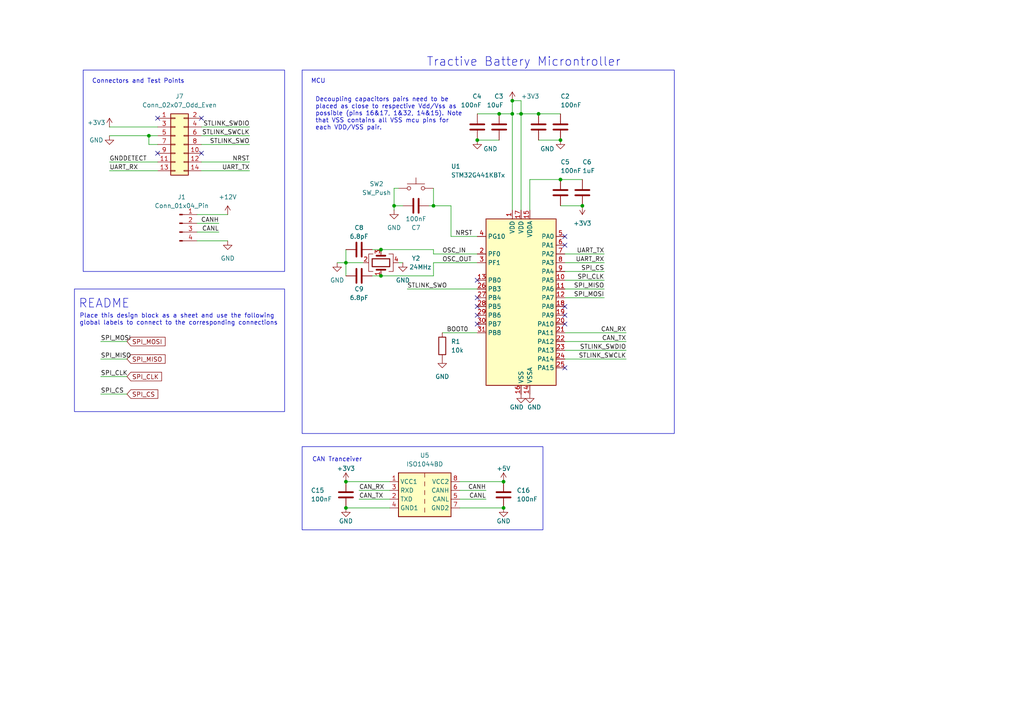
<source format=kicad_sch>
(kicad_sch (version 20250114) (generator "eeschema") (generator_version "9.0")
  (paper "A4")
  (lib_symbols
    (symbol "Connector:Conn_01x04_Pin" (pin_names (offset 1.016) (hide yes))
      (property "Reference" "J" (at 0 5.08 0))
      (property "Value" "Conn_01x04_Pin" (at 0 -7.62 0))
      (symbol "Conn_01x04_Pin_1_1"
        (rectangle (start 0.8636 2.667) (end 0 2.413) (stroke (width 0.1524)) (fill (type outline)))
        (rectangle (start 0.8636 0.127) (end 0 -0.127) (stroke (width 0.1524)) (fill (type outline)))
        (rectangle (start 0.8636 -2.413) (end 0 -2.667) (stroke (width 0.1524)) (fill (type outline)))
        (rectangle (start 0.8636 -4.953) (end 0 -5.207) (stroke (width 0.1524)) (fill (type outline)))
        (polyline (pts (xy 1.27 2.54) (xy 0.8636 2.54)) (stroke (width 0.1524)))
        (polyline (pts (xy 1.27 0) (xy 0.8636 0)) (stroke (width 0.1524)))
        (polyline (pts (xy 1.27 -2.54) (xy 0.8636 -2.54)) (stroke (width 0.1524)))
        (polyline (pts (xy 1.27 -5.08) (xy 0.8636 -5.08)) (stroke (width 0.1524)))
        (pin passive line (at 5.08 2.54 180) (length 3.81) (name "Pin_1") (number "1"))
        (pin passive line (at 5.08 0 180) (length 3.81) (name "Pin_2") (number "2"))
        (pin passive line (at 5.08 -2.54 180) (length 3.81) (name "Pin_3") (number "3"))
        (pin passive line (at 5.08 -5.08 180) (length 3.81) (name "Pin_4") (number "4"))
      )
    )
    (symbol "Connector_Generic:Conn_02x07_Odd_Even" (pin_names (offset 1.016) (hide yes))
      (property "Reference" "J" (at 1.27 10.16 0))
      (property "Value" "Conn_02x07_Odd_Even" (at 1.27 -10.16 0))
      (symbol "Conn_02x07_Odd_Even_1_1"
        (rectangle (start -1.27 8.89) (end 3.81 -8.89) (stroke (width 0.254)) (fill (type background)))
        (rectangle (start -1.27 7.747) (end 0 7.493) (stroke (width 0.1524)))
        (rectangle (start -1.27 5.207) (end 0 4.953) (stroke (width 0.1524)))
        (rectangle (start -1.27 2.667) (end 0 2.413) (stroke (width 0.1524)))
        (rectangle (start -1.27 0.127) (end 0 -0.127) (stroke (width 0.1524)))
        (rectangle (start -1.27 -2.413) (end 0 -2.667) (stroke (width 0.1524)))
        (rectangle (start -1.27 -4.953) (end 0 -5.207) (stroke (width 0.1524)))
        (rectangle (start -1.27 -7.493) (end 0 -7.747) (stroke (width 0.1524)))
        (rectangle (start 3.81 7.747) (end 2.54 7.493) (stroke (width 0.1524)))
        (rectangle (start 3.81 5.207) (end 2.54 4.953) (stroke (width 0.1524)))
        (rectangle (start 3.81 2.667) (end 2.54 2.413) (stroke (width 0.1524)))
        (rectangle (start 3.81 0.127) (end 2.54 -0.127) (stroke (width 0.1524)))
        (rectangle (start 3.81 -2.413) (end 2.54 -2.667) (stroke (width 0.1524)))
        (rectangle (start 3.81 -4.953) (end 2.54 -5.207) (stroke (width 0.1524)))
        (rectangle (start 3.81 -7.493) (end 2.54 -7.747) (stroke (width 0.1524)))
        (pin passive line (at -5.08 7.62 0) (length 3.81) (name "Pin_1") (number "1"))
        (pin passive line (at -5.08 5.08 0) (length 3.81) (name "Pin_3") (number "3"))
        (pin passive line (at -5.08 2.54 0) (length 3.81) (name "Pin_5") (number "5"))
        (pin passive line (at -5.08 0 0) (length 3.81) (name "Pin_7") (number "7"))
        (pin passive line (at -5.08 -2.54 0) (length 3.81) (name "Pin_9") (number "9"))
        (pin passive line (at -5.08 -5.08 0) (length 3.81) (name "Pin_11") (number "11"))
        (pin passive line (at -5.08 -7.62 0) (length 3.81) (name "Pin_13") (number "13"))
        (pin passive line (at 7.62 7.62 180) (length 3.81) (name "Pin_2") (number "2"))
        (pin passive line (at 7.62 5.08 180) (length 3.81) (name "Pin_4") (number "4"))
        (pin passive line (at 7.62 2.54 180) (length 3.81) (name "Pin_6") (number "6"))
        (pin passive line (at 7.62 0 180) (length 3.81) (name "Pin_8") (number "8"))
        (pin passive line (at 7.62 -2.54 180) (length 3.81) (name "Pin_10") (number "10"))
        (pin passive line (at 7.62 -5.08 180) (length 3.81) (name "Pin_12") (number "12"))
        (pin passive line (at 7.62 -7.62 180) (length 3.81) (name "Pin_14") (number "14"))
      )
    )
    (symbol "Device:C" (pin_numbers (hide yes)) (pin_names (offset 0.254))
      (property "Reference" "C" (at 0.635 2.54 0))
      (property "Value" "C" (at 0.635 -2.54 0))
      (symbol "C_0_1"
        (polyline (pts (xy -2.032 0.762) (xy 2.032 0.762)) (stroke (width 0.508)))
        (polyline (pts (xy -2.032 -0.762) (xy 2.032 -0.762)) (stroke (width 0.508)))
      )
      (symbol "C_1_1"
        (pin passive line (at 0 3.81 270) (length 2.794) (name "~") (number "1"))
        (pin passive line (at 0 -3.81 90) (length 2.794) (name "~") (number "2"))
      )
    )
    (symbol "Device:Crystal_GND24" (pin_names (offset 1.016) (hide yes))
      (property "Reference" "Y" (at 3.175 5.08 0))
      (property "Value" "Crystal_GND24" (at 3.175 3.175 0))
      (symbol "Crystal_GND24_0_1"
        (polyline (pts (xy -2.54 2.286) (xy -2.54 3.556) (xy 2.54 3.556) (xy 2.54 2.286)))
        (polyline (pts (xy -2.54 0) (xy -2.032 0)))
        (polyline (pts (xy -2.54 -2.286) (xy -2.54 -3.556) (xy 2.54 -3.556) (xy 2.54 -2.286)))
        (polyline (pts (xy -2.032 -1.27) (xy -2.032 1.27)) (stroke (width 0.508)))
        (rectangle (start -1.143 2.54) (end 1.143 -2.54) (stroke (width 0.3048)))
        (polyline (pts (xy 0 3.556) (xy 0 3.81)))
        (polyline (pts (xy 0 -3.81) (xy 0 -3.556)))
        (polyline (pts (xy 2.032 0) (xy 2.54 0)))
        (polyline (pts (xy 2.032 -1.27) (xy 2.032 1.27)) (stroke (width 0.508)))
      )
      (symbol "Crystal_GND24_1_1"
        (pin passive line (at -3.81 0 0) (length 1.27) (name "1") (number "1"))
        (pin passive line (at 0 5.08 270) (length 1.27) (name "2") (number "2"))
        (pin passive line (at 0 -5.08 90) (length 1.27) (name "4") (number "4"))
        (pin passive line (at 3.81 0 180) (length 1.27) (name "3") (number "3"))
      )
    )
    (symbol "Device:R" (pin_numbers (hide yes)) (pin_names (offset 0))
      (property "Reference" "R" (at 2.032 0 90))
      (property "Value" "R" (at 0 0 90))
      (symbol "R_0_1"
        (rectangle (start -1.016 -2.54) (end 1.016 2.54) (stroke (width 0.254)))
      )
      (symbol "R_1_1"
        (pin passive line (at 0 3.81 270) (length 1.27) (name "~") (number "1"))
        (pin passive line (at 0 -3.81 90) (length 1.27) (name "~") (number "2"))
      )
    )
    (symbol "Interface_CAN_LIN:ISO1044BD"
      (property "Reference" "U" (at -6.35 6.35 0))
      (property "Value" "ISO1044BD" (at 2.54 6.35 0))
      (symbol "ISO1044BD_0_1"
        (rectangle (start -7.62 5.08) (end 7.62 -7.62) (stroke (width 0.254)) (fill (type background)))
        (polyline (pts (xy 0 5.08) (xy 0 3.81)))
        (polyline (pts (xy 0 2.54) (xy 0 1.27)))
        (polyline (pts (xy 0 0) (xy 0 -1.27)))
        (polyline (pts (xy 0 -2.54) (xy 0 -3.81)))
        (polyline (pts (xy 0 -5.08) (xy 0 -6.35)))
      )
      (symbol "ISO1044BD_1_1"
        (pin power_in line (at -10.16 2.54 0) (length 2.54) (name "VCC1") (number "1"))
        (pin output line (at -10.16 0 0) (length 2.54) (name "RXD") (number "3"))
        (pin input line (at -10.16 -2.54 0) (length 2.54) (name "TXD") (number "2"))
        (pin power_in line (at -10.16 -5.08 0) (length 2.54) (name "GND1") (number "4"))
        (pin power_in line (at 10.16 2.54 180) (length 2.54) (name "VCC2") (number "8"))
        (pin bidirectional line (at 10.16 0 180) (length 2.54) (name "CANH") (number "6"))
        (pin bidirectional line (at 10.16 -2.54 180) (length 2.54) (name "CANL") (number "5"))
        (pin power_in line (at 10.16 -5.08 180) (length 2.54) (name "GND2") (number "7"))
      )
    )
    (symbol "MCU_ST_STM32G4:STM32G441KBTx"
      (property "Reference" "U" (at -10.16 26.67 0))
      (property "Value" "STM32G441KBTx" (at 5.08 26.67 0))
      (symbol "STM32G441KBTx_0_1"
        (rectangle (start -10.16 -22.86) (end 10.16 25.4) (stroke (width 0.254)) (fill (type background)))
      )
      (symbol "STM32G441KBTx_1_1"
        (pin bidirectional line (at -12.7 20.32 0) (length 2.54) (name "PG10") (number "4"))
        (pin bidirectional line (at -12.7 15.24 0) (length 2.54) (name "PF0") (number "2"))
        (pin bidirectional line (at -12.7 12.7 0) (length 2.54) (name "PF1") (number "3"))
        (pin bidirectional line (at -12.7 7.62 0) (length 2.54) (name "PB0") (number "13"))
        (pin bidirectional line (at -12.7 5.08 0) (length 2.54) (name "PB3") (number "26"))
        (pin bidirectional line (at -12.7 2.54 0) (length 2.54) (name "PB4") (number "27"))
        (pin bidirectional line (at -12.7 0 0) (length 2.54) (name "PB5") (number "28"))
        (pin bidirectional line (at -12.7 -2.54 0) (length 2.54) (name "PB6") (number "29"))
        (pin bidirectional line (at -12.7 -5.08 0) (length 2.54) (name "PB7") (number "30"))
        (pin bidirectional line (at -12.7 -7.62 0) (length 2.54) (name "PB8") (number "31"))
        (pin power_in line (at -2.54 27.94 270) (length 2.54) (name "VDD") (number "1"))
        (pin power_in line (at 0 27.94 270) (length 2.54) (name "VDD") (number "17"))
        (pin power_in line (at 0 -25.4 90) (length 2.54) (name "VSS") (number "16"))
        (pin passive line (at 0 -25.4 90) (length 2.54) (hide yes) (name "VSS") (number "32"))
        (pin power_in line (at 2.54 27.94 270) (length 2.54) (name "VDDA") (number "15"))
        (pin power_in line (at 2.54 -25.4 90) (length 2.54) (name "VSSA") (number "14"))
        (pin bidirectional line (at 12.7 20.32 180) (length 2.54) (name "PA0") (number "5"))
        (pin bidirectional line (at 12.7 17.78 180) (length 2.54) (name "PA1") (number "6"))
        (pin bidirectional line (at 12.7 15.24 180) (length 2.54) (name "PA2") (number "7"))
        (pin bidirectional line (at 12.7 12.7 180) (length 2.54) (name "PA3") (number "8"))
        (pin bidirectional line (at 12.7 10.16 180) (length 2.54) (name "PA4") (number "9"))
        (pin bidirectional line (at 12.7 7.62 180) (length 2.54) (name "PA5") (number "10"))
        (pin bidirectional line (at 12.7 5.08 180) (length 2.54) (name "PA6") (number "11"))
        (pin bidirectional line (at 12.7 2.54 180) (length 2.54) (name "PA7") (number "12"))
        (pin bidirectional line (at 12.7 0 180) (length 2.54) (name "PA8") (number "18"))
        (pin bidirectional line (at 12.7 -2.54 180) (length 2.54) (name "PA9") (number "19"))
        (pin bidirectional line (at 12.7 -5.08 180) (length 2.54) (name "PA10") (number "20"))
        (pin bidirectional line (at 12.7 -7.62 180) (length 2.54) (name "PA11") (number "21"))
        (pin bidirectional line (at 12.7 -10.16 180) (length 2.54) (name "PA12") (number "22"))
        (pin bidirectional line (at 12.7 -12.7 180) (length 2.54) (name "PA13") (number "23"))
        (pin bidirectional line (at 12.7 -15.24 180) (length 2.54) (name "PA14") (number "24"))
        (pin bidirectional line (at 12.7 -17.78 180) (length 2.54) (name "PA15") (number "25"))
      )
    )
    (symbol "Switch:SW_Push" (pin_numbers (hide yes)) (pin_names (offset 1.016) (hide yes))
      (property "Reference" "SW" (at 1.27 2.54 0))
      (property "Value" "SW_Push" (at 0 -1.524 0))
      (symbol "SW_Push_0_1"
        (circle (center -2.032 0) (radius 0.508))
        (polyline (pts (xy 0 1.27) (xy 0 3.048)))
        (circle (center 2.032 0) (radius 0.508))
        (polyline (pts (xy 2.54 1.27) (xy -2.54 1.27)))
        (pin passive line (at -5.08 0 0) (length 2.54) (name "1") (number "1"))
        (pin passive line (at 5.08 0 180) (length 2.54) (name "2") (number "2"))
      )
    )
    (symbol "power:+12V" (power) (pin_numbers (hide yes)) (pin_names (offset 0) (hide yes))
      (property "Value" "+12V" (at 0 3.556 0))
      (symbol "+12V_0_1"
        (polyline (pts (xy -0.762 1.27) (xy 0 2.54)))
        (polyline (pts (xy 0 2.54) (xy 0.762 1.27)))
        (polyline (pts (xy 0 0) (xy 0 2.54)))
      )
      (symbol "+12V_1_1"
        (pin power_in line (at 0 0 90) (length 0) (name "~") (number "1"))
      )
    )
    (symbol "power:+3V3" (power) (pin_numbers (hide yes)) (pin_names (offset 0) (hide yes))
      (property "Value" "+3V3" (at 0 3.556 0))
      (symbol "+3V3_0_1"
        (polyline (pts (xy -0.762 1.27) (xy 0 2.54)))
        (polyline (pts (xy 0 2.54) (xy 0.762 1.27)))
        (polyline (pts (xy 0 0) (xy 0 2.54)))
      )
      (symbol "+3V3_1_1"
        (pin power_in line (at 0 0 90) (length 0) (name "~") (number "1"))
      )
    )
    (symbol "power:+5V" (power) (pin_numbers (hide yes)) (pin_names (offset 0) (hide yes))
      (property "Value" "+5V" (at 0 3.556 0))
      (symbol "+5V_0_1"
        (polyline (pts (xy -0.762 1.27) (xy 0 2.54)))
        (polyline (pts (xy 0 2.54) (xy 0.762 1.27)))
        (polyline (pts (xy 0 0) (xy 0 2.54)))
      )
      (symbol "+5V_1_1"
        (pin power_in line (at 0 0 90) (length 0) (name "~") (number "1"))
      )
    )
    (symbol "power:GND" (power) (pin_numbers (hide yes)) (pin_names (offset 0) (hide yes))
      (property "Value" "GND" (at 0 -3.81 0))
      (symbol "GND_0_1"
        (polyline (pts (xy 0 0) (xy 0 -1.27) (xy 1.27 -1.27) (xy 0 -2.54) (xy -1.27 -1.27) (xy 0 -1.27)))
      )
      (symbol "GND_1_1"
        (pin power_in line (at 0 0 270) (length 0) (name "~") (number "1"))
      )
    )
  )
  (rectangle (start 87.63 129.54) (end 157.48 153.67))
  (rectangle (start 24.13 20.32) (end 82.55 78.74))
  (rectangle (start 21.59 83.82) (end 82.55 119.38))
  (rectangle (start 87.63 20.32) (end 195.58 125.73))
  (text "MCU" (at 90.17 22.86 0) (effects (font (size 1.27 1.27)) (justify left top)))
  (text "Decoupling capacitors pairs need to be\nplaced as close to respective Vdd/Vss as\npossible (pins 16&17, 1&32, 14&15). Note\nthat VSS contains all VSS mcu pins for\neach VDD/VSS pair." (at 91.44 33.02 0) (effects (font (size 1.27 1.27)) (justify left)))
  (text "Tractive Battery Microntroller" (at 151.892 18.034 0) (effects (font (size 2.54 2.54))))
  (text "CAN Tranceiver" (at 97.79 133.35 0) (effects (font (size 1.27 1.27))))
  (text "Connectors and Test Points\n" (at 26.67 22.86 0) (effects (font (size 1.27 1.27)) (justify left top)))
  (text "README" (at 30.226 88.138 0) (effects (font (size 2.54 2.54))))
  (text "Place this design block as a sheet and use the following \nglobal labels to connect to the corresponding connections" (at 51.816 92.71 0) (effects (font (size 1.27 1.27))))
  (junction (at 110.49 72.39))
  (junction (at 100.33 76.2))
  (junction (at 100.33 147.32))
  (junction (at 114.3 59.69))
  (junction (at 138.43 40.64))
  (junction (at 125.73 59.69))
  (junction (at 43.18 39.37))
  (junction (at 144.78 33.02))
  (junction (at 162.56 40.64))
  (junction (at 148.59 29.21))
  (junction (at 146.05 147.32))
  (junction (at 162.56 52.07))
  (junction (at 148.59 33.02))
  (junction (at 110.49 80.01))
  (junction (at 156.21 33.02))
  (junction (at 151.13 33.02))
  (junction (at 100.33 139.7))
  (junction (at 146.05 139.7))
  (junction (at 168.91 59.69))
  (no_connect (at 45.72 34.29))
  (no_connect (at 138.43 93.98))
  (no_connect (at 163.83 91.44))
  (no_connect (at 58.42 34.29))
  (no_connect (at 138.43 88.9))
  (no_connect (at 138.43 86.36))
  (no_connect (at 163.83 68.58))
  (no_connect (at 163.83 71.12))
  (no_connect (at 58.42 44.45))
  (no_connect (at 45.72 44.45))
  (no_connect (at 138.43 81.28))
  (no_connect (at 138.43 91.44))
  (no_connect (at 163.83 93.98))
  (no_connect (at 163.83 88.9))
  (no_connect (at 163.83 106.68))
  (wire (pts (xy 130.81 68.58) (xy 130.81 59.69)))
  (wire (pts (xy 31.75 36.83) (xy 45.72 36.83)))
  (wire (pts (xy 43.18 39.37) (xy 45.72 39.37)))
  (wire (pts (xy 104.14 144.78) (xy 113.03 144.78)))
  (wire (pts (xy 163.83 96.52) (xy 181.61 96.52)))
  (wire (pts (xy 162.56 59.69) (xy 168.91 59.69)))
  (wire (pts (xy 163.83 104.14) (xy 181.61 104.14)))
  (wire (pts (xy 133.35 139.7) (xy 146.05 139.7)))
  (wire (pts (xy 156.21 40.64) (xy 162.56 40.64)))
  (wire (pts (xy 63.5 67.31) (xy 57.15 67.31)))
  (wire (pts (xy 66.04 62.23) (xy 57.15 62.23)))
  (wire (pts (xy 104.14 142.24) (xy 113.03 142.24)))
  (wire (pts (xy 97.79 76.2) (xy 100.33 76.2)))
  (wire (pts (xy 125.73 72.39) (xy 125.73 73.66)))
  (wire (pts (xy 100.33 76.2) (xy 105.41 76.2)))
  (wire (pts (xy 110.49 80.01) (xy 125.73 80.01)))
  (wire (pts (xy 29.21 104.14) (xy 36.83 104.14)))
  (wire (pts (xy 107.95 72.39) (xy 110.49 72.39)))
  (wire (pts (xy 31.75 46.99) (xy 45.72 46.99)))
  (wire (pts (xy 148.59 29.21) (xy 148.59 33.02)))
  (wire (pts (xy 156.21 33.02) (xy 162.56 33.02)))
  (wire (pts (xy 162.56 52.07) (xy 168.91 52.07)))
  (wire (pts (xy 118.11 83.82) (xy 138.43 83.82)))
  (wire (pts (xy 125.73 80.01) (xy 125.73 76.2)))
  (wire (pts (xy 107.95 80.01) (xy 110.49 80.01)))
  (wire (pts (xy 163.83 78.74) (xy 175.26 78.74)))
  (wire (pts (xy 153.67 52.07) (xy 162.56 52.07)))
  (wire (pts (xy 45.72 49.53) (xy 31.75 49.53)))
  (wire (pts (xy 133.35 144.78) (xy 140.97 144.78)))
  (wire (pts (xy 31.75 39.37) (xy 43.18 39.37)))
  (wire (pts (xy 133.35 147.32) (xy 146.05 147.32)))
  (wire (pts (xy 124.46 59.69) (xy 125.73 59.69)))
  (wire (pts (xy 114.3 60.96) (xy 114.3 59.69)))
  (wire (pts (xy 125.73 54.61) (xy 125.73 59.69)))
  (wire (pts (xy 128.27 96.52) (xy 138.43 96.52)))
  (wire (pts (xy 114.3 59.69) (xy 116.84 59.69)))
  (wire (pts (xy 57.15 69.85) (xy 66.04 69.85)))
  (wire (pts (xy 163.83 81.28) (xy 175.26 81.28)))
  (wire (pts (xy 29.21 99.06) (xy 36.83 99.06)))
  (wire (pts (xy 58.42 46.99) (xy 72.39 46.99)))
  (wire (pts (xy 133.35 142.24) (xy 140.97 142.24)))
  (wire (pts (xy 63.5 64.77) (xy 57.15 64.77)))
  (wire (pts (xy 125.73 76.2) (xy 138.43 76.2)))
  (wire (pts (xy 114.3 54.61) (xy 114.3 59.69)))
  (wire (pts (xy 58.42 36.83) (xy 72.39 36.83)))
  (wire (pts (xy 114.3 54.61) (xy 115.57 54.61)))
  (wire (pts (xy 43.18 41.91) (xy 43.18 39.37)))
  (wire (pts (xy 163.83 76.2) (xy 175.26 76.2)))
  (wire (pts (xy 149.86 33.02) (xy 151.13 33.02)))
  (wire (pts (xy 163.83 101.6) (xy 181.61 101.6)))
  (wire (pts (xy 144.78 33.02) (xy 138.43 33.02)))
  (wire (pts (xy 163.83 86.36) (xy 175.26 86.36)))
  (wire (pts (xy 29.21 109.22) (xy 36.83 109.22)))
  (wire (pts (xy 100.33 147.32) (xy 113.03 147.32)))
  (wire (pts (xy 72.39 39.37) (xy 58.42 39.37)))
  (wire (pts (xy 144.78 33.02) (xy 148.59 33.02)))
  (wire (pts (xy 100.33 139.7) (xy 113.03 139.7)))
  (wire (pts (xy 163.83 83.82) (xy 175.26 83.82)))
  (wire (pts (xy 153.67 52.07) (xy 153.67 60.96)))
  (wire (pts (xy 45.72 41.91) (xy 43.18 41.91)))
  (wire (pts (xy 125.73 73.66) (xy 138.43 73.66)))
  (wire (pts (xy 148.59 29.21) (xy 151.13 29.21)))
  (wire (pts (xy 130.81 59.69) (xy 125.73 59.69)))
  (wire (pts (xy 163.83 99.06) (xy 181.61 99.06)))
  (wire (pts (xy 29.21 114.3) (xy 36.83 114.3)))
  (wire (pts (xy 58.42 49.53) (xy 72.39 49.53)))
  (wire (pts (xy 130.81 68.58) (xy 138.43 68.58)))
  (wire (pts (xy 100.33 72.39) (xy 100.33 76.2)))
  (wire (pts (xy 163.83 73.66) (xy 175.26 73.66)))
  (wire (pts (xy 148.59 33.02) (xy 148.59 60.96)))
  (wire (pts (xy 100.33 76.2) (xy 100.33 80.01)))
  (wire (pts (xy 151.13 33.02) (xy 156.21 33.02)))
  (wire (pts (xy 144.78 40.64) (xy 138.43 40.64)))
  (wire (pts (xy 151.13 29.21) (xy 151.13 33.02)))
  (wire (pts (xy 115.57 76.2) (xy 116.84 76.2)))
  (wire (pts (xy 110.49 72.39) (xy 125.73 72.39)))
  (wire (pts (xy 151.13 33.02) (xy 151.13 60.96)))
  (wire (pts (xy 58.42 41.91) (xy 72.39 41.91)))
  (label "STLINK_SWO" (at 118.11 83.82 0))
  (label "STLINK_SWDIO" (at 72.39 36.83 180))
  (label "CAN_RX" (at 181.61 96.52 180))
  (label "UART_TX" (at 175.26 73.66 180))
  (label "GNDDETECT" (at 31.75 46.99 0))
  (label "CAN_RX" (at 104.14 142.24 0))
  (label "CANH" (at 140.97 142.24 180))
  (label "NRST" (at 132.08 68.58 0))
  (label "SPI_MISO" (at 175.26 83.82 180))
  (label "CAN_TX" (at 181.61 99.06 180))
  (label "CANH" (at 63.5 64.77 180))
  (label "SPI_MOSI" (at 29.21 99.06 0))
  (label "CANL" (at 140.97 144.78 180))
  (label "CANL" (at 63.5 67.31 180))
  (label "SPI_CS" (at 29.21 114.3 0))
  (label "UART_TX" (at 72.39 49.53 180))
  (label "CAN_TX" (at 104.14 144.78 0))
  (label "STLINK_SWDIO" (at 181.61 101.6 180))
  (label "UART_RX" (at 175.26 76.2 180))
  (label "OSC_OUT" (at 128.27 76.2 0))
  (label "BOOT0" (at 129.54 96.52 0))
  (label "STLINK_SWCLK" (at 72.39 39.37 180))
  (label "SPI_CLK" (at 29.21 109.22 0))
  (label "STLINK_SWO" (at 72.39 41.91 180))
  (label "STLINK_SWCLK" (at 181.61 104.14 180))
  (label "UART_RX" (at 31.75 49.53 0))
  (label "SPI_MOSI" (at 175.26 86.36 180))
  (label "SPI_MISO" (at 29.21 104.14 0))
  (label "OSC_IN" (at 128.27 73.66 0))
  (label "NRST" (at 72.39 46.99 180))
  (label "SPI_CS" (at 175.26 78.74 180))
  (label "SPI_CLK" (at 175.26 81.28 180))
  (global_label "SPI_MOSI" (shape input) (at 36.83 99.06 0) (property "Intersheetrefs" "${INTERSHEET_REFS}" (effects (hide yes))))
  (global_label "SPI_CLK" (shape input) (at 36.83 109.22 0) (property "Intersheetrefs" "${INTERSHEET_REFS}" (effects (hide yes))))
  (global_label "SPI_CS" (shape input) (at 36.83 114.3 0) (property "Intersheetrefs" "${INTERSHEET_REFS}" (effects (hide yes))))
  (global_label "SPI_MISO" (shape input) (at 36.83 104.14 0) (property "Intersheetrefs" "${INTERSHEET_REFS}" (effects (hide yes))))
  (symbol (lib_id "power:GND") (at 114.3 60.96 0) (unit 1)
    (property "Reference" "#PWR010" (effects (hide yes)))
    (property "Value" "GND" (at 114.3 66.04 0))
    (property "Description" "Power symbol creates a global label with name \"GND\" , ground" (effects (hide yes)))
  )
  (symbol (lib_id "Device:Crystal_GND24") (at 110.49 76.2 90) (unit 1)
    (property "Reference" "Y2" (at 120.65 74.93 90))
    (property "Value" "24MHz" (at 121.92 77.47 90))
    (property "Footprint" "Crystal:Crystal_SMD_2016-4Pin_2.0x1.6mm" (effects (hide yes)))
    (property "Datasheet" "https://ecsxtal.com/store/pdf/ECX-1637B.pdf" (effects (hide yes)))
    (property "Description" "Four pin crystal, GND on pins 2 and 4" (effects (hide yes)))
    (property "Digi PN" "XC3063CT-ND" (effects (hide yes)))
    (property "MFG" "ECS" (effects (hide yes)))
    (property "MFG PN" "ECS-240-8-37B-CKY-TR" (effects (hide yes)))
  )
  (symbol (lib_id "MCU_ST_STM32G4:STM32G441KBTx") (at 151.13 88.9 0) (unit 1)
    (property "Reference" "U1" (at 130.81 48.26 0) (effects (justify left)))
    (property "Value" "STM32G441KBTx" (at 130.81 50.8 0) (effects (justify left)))
    (property "Footprint" "Package_QFP:LQFP-32_7x7mm_P0.8mm" (effects (hide yes)))
    (property "Datasheet" "https://www.st.com/resource/en/datasheet/stm32g441kb.pdf" (effects (hide yes)))
    (property "Description" "STMicroelectronics Arm Cortex-M4 MCU, 128KB flash, 32KB RAM, 170 MHz, 1.71-3.6V, 26 GPIO, LQFP32" (effects (hide yes)))
    (property "Digi PN" "497-STM32G441KBT6-ND" (effects (hide yes)))
    (property "MFG" "STM" (effects (hide yes)))
    (property "MFG PN" "STM32G441KBT6" (effects (hide yes)))
  )
  (symbol (lib_id "power:+3V3") (at 31.75 36.83 0) (unit 1)
    (property "Reference" "#PWR011" (effects (hide yes)))
    (property "Value" "+3V3" (at 27.94 35.56 0))
    (property "Description" "Power symbol creates a global label with name \"+3V3\"" (effects (hide yes)))
  )
  (symbol (lib_id "power:GND") (at 66.04 69.85 0) (unit 1)
    (property "Reference" "#PWR02" (effects (hide yes)))
    (property "Value" "GND" (at 66.04 74.93 0))
    (property "Description" "Power symbol creates a global label with name \"GND\" , ground" (effects (hide yes)))
  )
  (symbol (lib_id "power:GND") (at 100.33 147.32 0) (unit 1)
    (property "Reference" "#PWR012" (effects (hide yes)))
    (property "Value" "GND" (at 100.33 151.13 0))
    (property "Description" "Power symbol creates a global label with name \"GND\" , ground" (effects (hide yes)))
  )
  (symbol (lib_id "Device:C") (at 162.56 36.83 0) (unit 1)
    (property "Reference" "C2" (at 162.56 27.94 0) (effects (justify left)))
    (property "Value" "100nF" (at 162.56 30.48 0) (effects (justify left)))
    (property "Footprint" "Capacitor_SMD:C_0805_2012Metric_Pad1.18x1.45mm_HandSolder" (effects (hide yes)))
    (property "Datasheet" "https://www.yageo.com/upload/media/product/productsearch/datasheet/mlcc/UPY-GPHC_X7R_6.3V-to-250V_24.pdf" (effects (hide yes)))
    (property "Description" "Unpolarized capacitor" (effects (hide yes)))
    (property "Digi PN" "311-1140-1-ND" (effects (hide yes)))
    (property "MFG" "Yageo" (effects (hide yes)))
    (property "MFG PN" "CC0805KRX7R9BB104" (effects (hide yes)))
  )
  (symbol (lib_id "power:+3V3") (at 148.59 29.21 0) (unit 1)
    (property "Reference" "#PWR06" (effects (hide yes)))
    (property "Value" "+3V3" (at 151.13 27.9399 0) (effects (justify left)))
    (property "Description" "Power symbol creates a global label with name \"+3V3\"" (effects (hide yes)))
  )
  (symbol (lib_id "power:GND") (at 31.75 39.37 0) (unit 1)
    (property "Reference" "#PWR021" (effects (hide yes)))
    (property "Value" "GND" (at 27.94 40.64 0))
    (property "Description" "Power symbol creates a global label with name \"GND\" , ground" (effects (hide yes)))
  )
  (symbol (lib_id "Connector:Conn_01x04_Pin") (at 52.07 64.77 0) (unit 1)
    (property "Reference" "J1" (at 52.705 57.15 0))
    (property "Value" "Conn_01x04_Pin" (at 52.705 59.69 0))
    (property "Footprint" "Connector_PinHeader_2.54mm:PinHeader_1x04_P2.54mm_Vertical" (effects (hide yes)))
    (property "Description" "Generic connector, single row, 01x04, script generated" (effects (hide yes)))
  )
  (symbol (lib_id "Device:C") (at 144.78 36.83 0) (mirror y) (unit 1)
    (property "Reference" "C3" (at 146.05 27.94 0) (effects (justify left)))
    (property "Value" "10uF" (at 146.05 30.48 0) (effects (justify left)))
    (property "Footprint" "Capacitor_SMD:C_0805_2012Metric_Pad1.18x1.45mm_HandSolder" (effects (hide yes)))
    (property "Datasheet" "https://mm.digikey.com/Volume0/opasdata/d220001/medias/docus/658/CL21A106KOQNNNG_Spec.pdf" (effects (hide yes)))
    (property "Description" "Unpolarized capacitor" (effects (hide yes)))
    (property "Digi PN" "1276-6455-1-ND" (effects (hide yes)))
    (property "MFG" "Samsung Electro-Mechanics" (effects (hide yes)))
    (property "MFG PN" "CL21A106KOQNNNG" (effects (hide yes)))
  )
  (symbol (lib_id "Device:C") (at 156.21 36.83 0) (unit 1)
    (property "Reference" "C1" (effects (hide yes)))
    (property "Value" "10uF" (effects (hide yes)))
    (property "Footprint" "Capacitor_SMD:C_0805_2012Metric_Pad1.18x1.45mm_HandSolder" (effects (hide yes)))
    (property "Datasheet" "https://mm.digikey.com/Volume0/opasdata/d220001/medias/docus/658/CL21A106KOQNNNG_Spec.pdf" (effects (hide yes)))
    (property "Description" "Unpolarized capacitor" (effects (hide yes)))
    (property "Digi PN" "1276-6455-1-ND" (effects (hide yes)))
    (property "MFG" "Samsung Electro-Mechanics" (effects (hide yes)))
    (property "MFG PN" "CL21A106KOQNNNG" (effects (hide yes)))
  )
  (symbol (lib_id "power:GND") (at 128.27 104.14 0) (mirror y) (unit 1)
    (property "Reference" "#PWR03" (effects (hide yes)))
    (property "Value" "GND" (at 128.27 109.22 0))
    (property "Description" "Power symbol creates a global label with name \"GND\" , ground" (effects (hide yes)))
  )
  (symbol (lib_id "Connector_Generic:Conn_02x07_Odd_Even") (at 50.8 41.91 0) (unit 1)
    (property "Reference" "J7" (at 52.07 27.94 0))
    (property "Value" "Conn_02x07_Odd_Even" (at 52.07 30.48 0))
    (property "Footprint" "Connector_PinHeader_1.27mm:PinHeader_2x07_P1.27mm_Vertical_SMD" (effects (hide yes)))
    (property "Datasheet" "https://mm.digikey.com/Volume0/opasdata/d220001/medias/docus/6209/ftsh-1xx-xx-xxx-dv-xxx-xxx-x-xx-mkt.pdf" (effects (hide yes)))
    (property "Description" "Generic connector, double row, 02x07, odd/even pin numbering scheme (row 1 odd numbers, row 2 even numbers), script generated (kicad-library-utils/schlib/autogen/connector/)" (effects (hide yes)))
    (property "MFG PN" "FTSH-107-01-F-DV-K-P-TR" (effects (hide yes)))
    (property "Digi PN" "SAM13170CT-ND" (effects (hide yes)))
  )
  (symbol (lib_id "Interface_CAN_LIN:ISO1044BD") (at 123.19 142.24 0) (unit 1)
    (property "Reference" "U5" (at 123.19 132.08 0))
    (property "Value" "ISO1044BD" (at 123.19 134.62 0))
    (property "Footprint" "Package_SO:SOIC-8_3.9x4.9mm_P1.27mm" (effects (hide yes)))
    (property "Datasheet" "https://www.ti.com/lit/ds/symlink/iso1044.pdf" (effects (hide yes)))
    (property "Description" "Isolated CAN FD Transceiver, SOIC-8" (effects (hide yes)))
    (property "Digi PN" "296-ISO1044BDRCT-ND" (effects (hide yes)))
    (property "MFG" "Texas Instruments" (effects (hide yes)))
    (property "MFG PN" "ISO1044BDR" (effects (hide yes)))
  )
  (symbol (lib_id "power:+12V") (at 66.04 62.23 0) (unit 1)
    (property "Reference" "#PWR01" (effects (hide yes)))
    (property "Value" "+12V" (at 66.04 57.15 0))
    (property "Description" "Power symbol creates a global label with name \"+12V\"" (effects (hide yes)))
  )
  (symbol (lib_id "power:GND") (at 146.05 147.32 0) (unit 1)
    (property "Reference" "#PWR022" (effects (hide yes)))
    (property "Value" "GND" (at 146.05 151.13 0))
    (property "Description" "Power symbol creates a global label with name \"GND\" , ground" (effects (hide yes)))
  )
  (symbol (lib_id "power:+5V") (at 146.05 139.7 0) (unit 1)
    (property "Reference" "#PWR024" (effects (hide yes)))
    (property "Value" "+5V" (at 146.05 135.89 0))
    (property "Description" "Power symbol creates a global label with name \"+5V\"" (effects (hide yes)))
  )
  (symbol (lib_id "Device:C") (at 100.33 143.51 0) (unit 1)
    (property "Reference" "C15" (at 90.17 142.24 0) (effects (justify left)))
    (property "Value" "100nF" (at 90.17 144.78 0) (effects (justify left)))
    (property "Footprint" "Capacitor_SMD:C_0805_2012Metric_Pad1.18x1.45mm_HandSolder" (effects (hide yes)))
    (property "Datasheet" "https://www.yageo.com/upload/media/product/productsearch/datasheet/mlcc/UPY-GPHC_X7R_6.3V-to-250V_24.pdf" (effects (hide yes)))
    (property "Description" "Unpolarized capacitor" (effects (hide yes)))
    (property "Digi PN" "311-1140-1-ND" (effects (hide yes)))
    (property "MFG" "Yageo" (effects (hide yes)))
    (property "MFG PN" "CC0805KRX7R9BB104" (effects (hide yes)))
  )
  (symbol (lib_id "Device:C") (at 138.43 36.83 0) (mirror y) (unit 1)
    (property "Reference" "C4" (at 139.7 27.94 0) (effects (justify left)))
    (property "Value" "100nF" (at 139.7 30.48 0) (effects (justify left)))
    (property "Footprint" "Capacitor_SMD:C_0805_2012Metric_Pad1.18x1.45mm_HandSolder" (effects (hide yes)))
    (property "Datasheet" "https://www.yageo.com/upload/media/product/productsearch/datasheet/mlcc/UPY-GPHC_X7R_6.3V-to-250V_24.pdf" (effects (hide yes)))
    (property "Description" "Unpolarized capacitor" (effects (hide yes)))
    (property "Digi PN" "311-1140-1-ND" (effects (hide yes)))
    (property "MFG" "Yageo" (effects (hide yes)))
    (property "MFG PN" "CC0805KRX7R9BB104" (effects (hide yes)))
  )
  (symbol (lib_id "power:GND") (at 153.67 114.3 0) (unit 1)
    (property "Reference" "#PWR08" (effects (hide yes)))
    (property "Value" "GND" (at 154.94 118.11 0))
    (property "Description" "Power symbol creates a global label with name \"GND\" , ground" (effects (hide yes)))
  )
  (symbol (lib_id "power:GND") (at 151.13 114.3 0) (unit 1)
    (property "Reference" "#PWR07" (effects (hide yes)))
    (property "Value" "GND" (at 149.86 118.11 0))
    (property "Description" "Power symbol creates a global label with name \"GND\" , ground" (effects (hide yes)))
  )
  (symbol (lib_id "Device:C") (at 104.14 80.01 270) (unit 1)
    (property "Reference" "C9" (at 104.14 83.82 90))
    (property "Value" "6.8pF" (at 104.14 86.36 90))
    (property "Footprint" "Capacitor_SMD:C_0805_2012Metric_Pad1.18x1.45mm_HandSolder" (effects (hide yes)))
    (property "Datasheet" "https://www.yageo.com/en/Chart/Download/pdf/CC0805DRNPO9BN6R8" (effects (hide yes)))
    (property "Description" "Unpolarized capacitor" (effects (hide yes)))
    (property "Digi PN" "311-4155-1-ND" (effects (hide yes)))
    (property "MFG" "Yageo" (effects (hide yes)))
    (property "MFG PN" "CC0805DRNPO9BN6R8" (effects (hide yes)))
  )
  (symbol (lib_id "Device:C") (at 120.65 59.69 90) (mirror x) (unit 1)
    (property "Reference" "C7" (at 120.65 66.04 90))
    (property "Value" "100nF" (at 120.65 63.5 90))
    (property "Footprint" "Capacitor_SMD:C_0805_2012Metric_Pad1.18x1.45mm_HandSolder" (effects (hide yes)))
    (property "Datasheet" "https://www.yageo.com/upload/media/product/productsearch/datasheet/mlcc/UPY-GPHC_X7R_6.3V-to-250V_24.pdf" (effects (hide yes)))
    (property "Description" "Unpolarized capacitor" (effects (hide yes)))
    (property "Digi PN" "311-1140-1-ND" (effects (hide yes)))
    (property "MFG" "Yageo" (effects (hide yes)))
    (property "MFG PN" "CC0805KRX7R9BB104" (effects (hide yes)))
  )
  (symbol (lib_id "Device:C") (at 104.14 72.39 270) (unit 1)
    (property "Reference" "C8" (at 104.14 66.04 90))
    (property "Value" "6.8pF" (at 104.14 68.58 90))
    (property "Footprint" "Capacitor_SMD:C_0805_2012Metric_Pad1.18x1.45mm_HandSolder" (effects (hide yes)))
    (property "Datasheet" "https://www.yageo.com/en/Chart/Download/pdf/CC0805DRNPO9BN6R8" (effects (hide yes)))
    (property "Description" "Unpolarized capacitor" (effects (hide yes)))
    (property "Digi PN" "311-4155-1-ND" (effects (hide yes)))
    (property "MFG" "Yageo" (effects (hide yes)))
    (property "MFG PN" "CC0805DRNPO9BN6R8" (effects (hide yes)))
  )
  (symbol (lib_id "power:GND") (at 97.79 76.2 0) (unit 1)
    (property "Reference" "#PWR013" (effects (hide yes)))
    (property "Value" "GND" (at 97.79 81.28 0))
    (property "Description" "Power symbol creates a global label with name \"GND\" , ground" (effects (hide yes)))
  )
  (symbol (lib_id "power:+3V3") (at 168.91 59.69 180) (unit 1)
    (property "Reference" "#PWR09" (effects (hide yes)))
    (property "Value" "+3V3" (at 168.91 64.77 0))
    (property "Description" "Power symbol creates a global label with name \"+3V3\"" (effects (hide yes)))
  )
  (symbol (lib_id "power:GND") (at 116.84 76.2 0) (unit 1)
    (property "Reference" "#PWR020" (effects (hide yes)))
    (property "Value" "GND" (at 116.84 81.28 0))
    (property "Description" "Power symbol creates a global label with name \"GND\" , ground" (effects (hide yes)))
  )
  (symbol (lib_id "Device:R") (at 128.27 100.33 0) (unit 1)
    (property "Reference" "R1" (at 130.81 99.0599 0) (effects (justify left)))
    (property "Value" "10k" (at 130.81 101.5999 0) (effects (justify left)))
    (property "Footprint" "Resistor_SMD:R_0805_2012Metric_Pad1.20x1.40mm_HandSolder" (effects (hide yes)))
    (property "Datasheet" "https://www.yageo.com/upload/media/product/productsearch/datasheet/rchip/PYu-AC_51_RoHS_L_11.pdf" (effects (hide yes)))
    (property "Description" "Resistor" (effects (hide yes)))
    (property "Digi PN" "311-10KLGCT-ND" (effects (hide yes)))
    (property "MFG" "Yageo" (effects (hide yes)))
    (property "MFG PN" "AC0805FR-0710KL" (effects (hide yes)))
  )
  (symbol (lib_id "Switch:SW_Push") (at 120.65 54.61 0) (unit 1)
    (property "Reference" "SW2" (at 109.22 53.34 0))
    (property "Value" "SW_Push" (at 109.22 55.88 0))
    (property "Footprint" "Button_Switch_SMD:SW_SPST_PTS647_Sx38" (effects (hide yes)))
    (property "Datasheet" "https://www.ckswitches.com/media/2567/pts647.pdf" (effects (hide yes)))
    (property "Description" "Push button switch, generic, two pins" (effects (hide yes)))
    (property "Digi PN" "PTS647SK38SMTR2LFSCT-ND" (effects (hide yes)))
    (property "MFG" "C&K" (effects (hide yes)))
    (property "MFG PN" "PTS647SK38SMTR2 LFS" (effects (hide yes)))
  )
  (symbol (lib_id "Device:C") (at 162.56 55.88 0) (unit 1)
    (property "Reference" "C5" (at 162.56 46.99 0) (effects (justify left)))
    (property "Value" "100nF" (at 162.56 49.53 0) (effects (justify left)))
    (property "Footprint" "Capacitor_SMD:C_0805_2012Metric_Pad1.18x1.45mm_HandSolder" (effects (hide yes)))
    (property "Datasheet" "https://www.yageo.com/upload/media/product/productsearch/datasheet/mlcc/UPY-GPHC_X7R_6.3V-to-250V_24.pdf" (effects (hide yes)))
    (property "Description" "Unpolarized capacitor" (effects (hide yes)))
    (property "Digi PN" "311-1140-1-ND" (effects (hide yes)))
    (property "MFG" "Yageo" (effects (hide yes)))
    (property "MFG PN" "CC0805KRX7R9BB104" (effects (hide yes)))
  )
  (symbol (lib_id "power:GND") (at 138.43 40.64 0) (mirror y) (unit 1)
    (property "Reference" "#PWR05" (effects (hide yes)))
    (property "Value" "GND" (at 142.24 43.18 0))
    (property "Description" "Power symbol creates a global label with name \"GND\" , ground" (effects (hide yes)))
  )
  (symbol (lib_id "Device:C") (at 146.05 143.51 0) (unit 1)
    (property "Reference" "C16" (at 149.86 142.2399 0) (effects (justify left)))
    (property "Value" "100nF" (at 149.86 144.7799 0) (effects (justify left)))
    (property "Footprint" "Capacitor_SMD:C_0805_2012Metric_Pad1.18x1.45mm_HandSolder" (effects (hide yes)))
    (property "Datasheet" "https://www.yageo.com/upload/media/product/productsearch/datasheet/mlcc/UPY-GPHC_X7R_6.3V-to-250V_24.pdf" (effects (hide yes)))
    (property "Description" "Unpolarized capacitor" (effects (hide yes)))
    (property "Digi PN" "311-1140-1-ND" (effects (hide yes)))
    (property "MFG" "Yageo" (effects (hide yes)))
    (property "MFG PN" "CC0805KRX7R9BB104" (effects (hide yes)))
  )
  (symbol (lib_id "power:GND") (at 162.56 40.64 0) (unit 1)
    (property "Reference" "#PWR04" (effects (hide yes)))
    (property "Value" "GND" (at 158.75 43.18 0))
    (property "Description" "Power symbol creates a global label with name \"GND\" , ground" (effects (hide yes)))
  )
  (symbol (lib_id "power:+3V3") (at 100.33 139.7 0) (unit 1)
    (property "Reference" "#PWR023" (effects (hide yes)))
    (property "Value" "+3V3" (at 100.33 135.89 0))
    (property "Description" "Power symbol creates a global label with name \"+3V3\"" (effects (hide yes)))
  )
  (symbol (lib_id "Device:C") (at 168.91 55.88 0) (unit 1)
    (property "Reference" "C6" (at 168.91 46.99 0) (effects (justify left)))
    (property "Value" "1uF" (at 168.91 49.53 0) (effects (justify left)))
    (property "Footprint" "Capacitor_SMD:C_0805_2012Metric_Pad1.18x1.45mm_HandSolder" (effects (hide yes)))
    (property "Datasheet" "https://mm.digikey.com/Volume0/opasdata/d220001/medias/docus/609/CL21B105KBFNNNE_Spec.pdf" (effects (hide yes)))
    (property "Description" "Unpolarized capacitor" (effects (hide yes)))
    (property "Digi PN" "1276-1029-1-ND" (effects (hide yes)))
    (property "MFG" "Samsung Electro-Mechanics" (effects (hide yes)))
    (property "MFG PN" "CL21B105KBFNNNE" (effects (hide yes)))
  )
)
</source>
